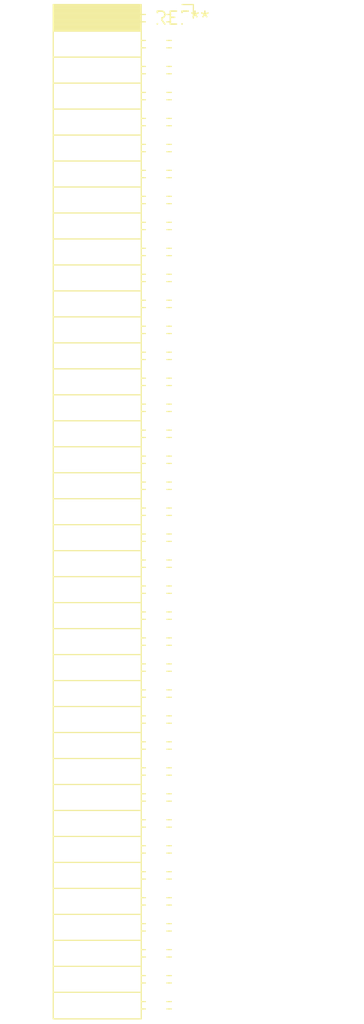
<source format=kicad_pcb>
(kicad_pcb (version 20240108) (generator pcbnew)
  (layers (0 "F.Cu" signal) (31 "B.Cu" signal) (34 "B.Paste" user) (35 "F.Paste" user) (36 "B.SilkS" user "B.Silkscreen") (37 "F.SilkS" user "F.Silkscreen") (38 "B.Mask" user) (39 "F.Mask" user) (44 "Edge.Cuts" user))
  (net 0 "")
  (footprint "PinSocket_2x39_P2.54mm_Horizontal" (layer "F.Cu") (at 0 0)
    (property "Reference" "REF**")
    (property "Value" "PinSocket_2x39_P2.54mm_Horizontal")
    (fp_line (start -12.63 -1.33) (end -12.63 97.85) (layer "F.SilkS") (stroke (width 0.12)))
    (fp_line (start -12.63 -1.33) (end -4 -1.33) (layer "F.SilkS") (stroke (width 0.12)))
    (fp_line (start -12.63 -1.21) (end -4 -1.21) (layer "F.SilkS") (stroke (width 0.12)))
    (fp_line (start -12.63 -1.091905) (end -4 -1.091905) (layer "F.SilkS") (stroke (width 0.12)))
    (fp_line (start -12.63 -0.97381) (end -4 -0.97381) (layer "F.SilkS") (stroke (width 0.12)))
    (fp_line (start -12.63 -0.855715) (end -4 -0.855715) (layer "F.SilkS") (stroke (width 0.12)))
    (fp_line (start -12.63 -0.73762) (end -4 -0.73762) (layer "F.SilkS") (stroke (width 0.12)))
    (fp_line (start -12.63 -0.619525) (end -4 -0.619525) (layer "F.SilkS") (stroke (width 0.12)))
    (fp_line (start -12.63 -0.50143) (end -4 -0.50143) (layer "F.SilkS") (stroke (width 0.12)))
    (fp_line (start -12.63 -0.383335) (end -4 -0.383335) (layer "F.SilkS") (stroke (width 0.12)))
    (fp_line (start -12.63 -0.26524) (end -4 -0.26524) (layer "F.SilkS") (stroke (width 0.12)))
    (fp_line (start -12.63 -0.147145) (end -4 -0.147145) (layer "F.SilkS") (stroke (width 0.12)))
    (fp_line (start -12.63 -0.02905) (end -4 -0.02905) (layer "F.SilkS") (stroke (width 0.12)))
    (fp_line (start -12.63 0.089045) (end -4 0.089045) (layer "F.SilkS") (stroke (width 0.12)))
    (fp_line (start -12.63 0.20714) (end -4 0.20714) (layer "F.SilkS") (stroke (width 0.12)))
    (fp_line (start -12.63 0.325235) (end -4 0.325235) (layer "F.SilkS") (stroke (width 0.12)))
    (fp_line (start -12.63 0.44333) (end -4 0.44333) (layer "F.SilkS") (stroke (width 0.12)))
    (fp_line (start -12.63 0.561425) (end -4 0.561425) (layer "F.SilkS") (stroke (width 0.12)))
    (fp_line (start -12.63 0.67952) (end -4 0.67952) (layer "F.SilkS") (stroke (width 0.12)))
    (fp_line (start -12.63 0.797615) (end -4 0.797615) (layer "F.SilkS") (stroke (width 0.12)))
    (fp_line (start -12.63 0.91571) (end -4 0.91571) (layer "F.SilkS") (stroke (width 0.12)))
    (fp_line (start -12.63 1.033805) (end -4 1.033805) (layer "F.SilkS") (stroke (width 0.12)))
    (fp_line (start -12.63 1.1519) (end -4 1.1519) (layer "F.SilkS") (stroke (width 0.12)))
    (fp_line (start -12.63 1.27) (end -4 1.27) (layer "F.SilkS") (stroke (width 0.12)))
    (fp_line (start -12.63 3.81) (end -4 3.81) (layer "F.SilkS") (stroke (width 0.12)))
    (fp_line (start -12.63 6.35) (end -4 6.35) (layer "F.SilkS") (stroke (width 0.12)))
    (fp_line (start -12.63 8.89) (end -4 8.89) (layer "F.SilkS") (stroke (width 0.12)))
    (fp_line (start -12.63 11.43) (end -4 11.43) (layer "F.SilkS") (stroke (width 0.12)))
    (fp_line (start -12.63 13.97) (end -4 13.97) (layer "F.SilkS") (stroke (width 0.12)))
    (fp_line (start -12.63 16.51) (end -4 16.51) (layer "F.SilkS") (stroke (width 0.12)))
    (fp_line (start -12.63 19.05) (end -4 19.05) (layer "F.SilkS") (stroke (width 0.12)))
    (fp_line (start -12.63 21.59) (end -4 21.59) (layer "F.SilkS") (stroke (width 0.12)))
    (fp_line (start -12.63 24.13) (end -4 24.13) (layer "F.SilkS") (stroke (width 0.12)))
    (fp_line (start -12.63 26.67) (end -4 26.67) (layer "F.SilkS") (stroke (width 0.12)))
    (fp_line (start -12.63 29.21) (end -4 29.21) (layer "F.SilkS") (stroke (width 0.12)))
    (fp_line (start -12.63 31.75) (end -4 31.75) (layer "F.SilkS") (stroke (width 0.12)))
    (fp_line (start -12.63 34.29) (end -4 34.29) (layer "F.SilkS") (stroke (width 0.12)))
    (fp_line (start -12.63 36.83) (end -4 36.83) (layer "F.SilkS") (stroke (width 0.12)))
    (fp_line (start -12.63 39.37) (end -4 39.37) (layer "F.SilkS") (stroke (width 0.12)))
    (fp_line (start -12.63 41.91) (end -4 41.91) (layer "F.SilkS") (stroke (width 0.12)))
    (fp_line (start -12.63 44.45) (end -4 44.45) (layer "F.SilkS") (stroke (width 0.12)))
    (fp_line (start -12.63 46.99) (end -4 46.99) (layer "F.SilkS") (stroke (width 0.12)))
    (fp_line (start -12.63 49.53) (end -4 49.53) (layer "F.SilkS") (stroke (width 0.12)))
    (fp_line (start -12.63 52.07) (end -4 52.07) (layer "F.SilkS") (stroke (width 0.12)))
    (fp_line (start -12.63 54.61) (end -4 54.61) (layer "F.SilkS") (stroke (width 0.12)))
    (fp_line (start -12.63 57.15) (end -4 57.15) (layer "F.SilkS") (stroke (width 0.12)))
    (fp_line (start -12.63 59.69) (end -4 59.69) (layer "F.SilkS") (stroke (width 0.12)))
    (fp_line (start -12.63 62.23) (end -4 62.23) (layer "F.SilkS") (stroke (width 0.12)))
    (fp_line (start -12.63 64.77) (end -4 64.77) (layer "F.SilkS") (stroke (width 0.12)))
    (fp_line (start -12.63 67.31) (end -4 67.31) (layer "F.SilkS") (stroke (width 0.12)))
    (fp_line (start -12.63 69.85) (end -4 69.85) (layer "F.SilkS") (stroke (width 0.12)))
    (fp_line (start -12.63 72.39) (end -4 72.39) (layer "F.SilkS") (stroke (width 0.12)))
    (fp_line (start -12.63 74.93) (end -4 74.93) (layer "F.SilkS") (stroke (width 0.12)))
    (fp_line (start -12.63 77.47) (end -4 77.47) (layer "F.SilkS") (stroke (width 0.12)))
    (fp_line (start -12.63 80.01) (end -4 80.01) (layer "F.SilkS") (stroke (width 0.12)))
    (fp_line (start -12.63 82.55) (end -4 82.55) (layer "F.SilkS") (stroke (width 0.12)))
    (fp_line (start -12.63 85.09) (end -4 85.09) (layer "F.SilkS") (stroke (width 0.12)))
    (fp_line (start -12.63 87.63) (end -4 87.63) (layer "F.SilkS") (stroke (width 0.12)))
    (fp_line (start -12.63 90.17) (end -4 90.17) (layer "F.SilkS") (stroke (width 0.12)))
    (fp_line (start -12.63 92.71) (end -4 92.71) (layer "F.SilkS") (stroke (width 0.12)))
    (fp_line (start -12.63 95.25) (end -4 95.25) (layer "F.SilkS") (stroke (width 0.12)))
    (fp_line (start -12.63 97.85) (end -4 97.85) (layer "F.SilkS") (stroke (width 0.12)))
    (fp_line (start -4 -1.33) (end -4 97.85) (layer "F.SilkS") (stroke (width 0.12)))
    (fp_line (start -4 -0.36) (end -3.59 -0.36) (layer "F.SilkS") (stroke (width 0.12)))
    (fp_line (start -4 0.36) (end -3.59 0.36) (layer "F.SilkS") (stroke (width 0.12)))
    (fp_line (start -4 2.18) (end -3.59 2.18) (layer "F.SilkS") (stroke (width 0.12)))
    (fp_line (start -4 2.9) (end -3.59 2.9) (layer "F.SilkS") (stroke (width 0.12)))
    (fp_line (start -4 4.72) (end -3.59 4.72) (layer "F.SilkS") (stroke (width 0.12)))
    (fp_line (start -4 5.44) (end -3.59 5.44) (layer "F.SilkS") (stroke (width 0.12)))
    (fp_line (start -4 7.26) (end -3.59 7.26) (layer "F.SilkS") (stroke (width 0.12)))
    (fp_line (start -4 7.98) (end -3.59 7.98) (layer "F.SilkS") (stroke (width 0.12)))
    (fp_line (start -4 9.8) (end -3.59 9.8) (layer "F.SilkS") (stroke (width 0.12)))
    (fp_line (start -4 10.52) (end -3.59 10.52) (layer "F.SilkS") (stroke (width 0.12)))
    (fp_line (start -4 12.34) (end -3.59 12.34) (layer "F.SilkS") (stroke (width 0.12)))
    (fp_line (start -4 13.06) (end -3.59 13.06) (layer "F.SilkS") (stroke (width 0.12)))
    (fp_line (start -4 14.88) (end -3.59 14.88) (layer "F.SilkS") (stroke (width 0.12)))
    (fp_line (start -4 15.6) (end -3.59 15.6) (layer "F.SilkS") (stroke (width 0.12)))
    (fp_line (start -4 17.42) (end -3.59 17.42) (layer "F.SilkS") (stroke (width 0.12)))
    (fp_line (start -4 18.14) (end -3.59 18.14) (layer "F.SilkS") (stroke (width 0.12)))
    (fp_line (start -4 19.96) (end -3.59 19.96) (layer "F.SilkS") (stroke (width 0.12)))
    (fp_line (start -4 20.68) (end -3.59 20.68) (layer "F.SilkS") (stroke (width 0.12)))
    (fp_line (start -4 22.5) (end -3.59 22.5) (layer "F.SilkS") (stroke (width 0.12)))
    (fp_line (start -4 23.22) (end -3.59 23.22) (layer "F.SilkS") (stroke (width 0.12)))
    (fp_line (start -4 25.04) (end -3.59 25.04) (layer "F.SilkS") (stroke (width 0.12)))
    (fp_line (start -4 25.76) (end -3.59 25.76) (layer "F.SilkS") (stroke (width 0.12)))
    (fp_line (start -4 27.58) (end -3.59 27.58) (layer "F.SilkS") (stroke (width 0.12)))
    (fp_line (start -4 28.3) (end -3.59 28.3) (layer "F.SilkS") (stroke (width 0.12)))
    (fp_line (start -4 30.12) (end -3.59 30.12) (layer "F.SilkS") (stroke (width 0.12)))
    (fp_line (start -4 30.84) (end -3.59 30.84) (layer "F.SilkS") (stroke (width 0.12)))
    (fp_line (start -4 32.66) (end -3.59 32.66) (layer "F.SilkS") (stroke (width 0.12)))
    (fp_line (start -4 33.38) (end -3.59 33.38) (layer "F.SilkS") (stroke (width 0.12)))
    (fp_line (start -4 35.2) (end -3.59 35.2) (layer "F.SilkS") (stroke (width 0.12)))
    (fp_line (start -4 35.92) (end -3.59 35.92) (layer "F.SilkS") (stroke (width 0.12)))
    (fp_line (start -4 37.74) (end -3.59 37.74) (layer "F.SilkS") (stroke (width 0.12)))
    (fp_line (start -4 38.46) (end -3.59 38.46) (layer "F.SilkS") (stroke (width 0.12)))
    (fp_line (start -4 40.28) (end -3.59 40.28) (layer "F.SilkS") (stroke (width 0.12)))
    (fp_line (start -4 41) (end -3.59 41) (layer "F.SilkS") (stroke (width 0.12)))
    (fp_line (start -4 42.82) (end -3.59 42.82) (layer "F.SilkS") (stroke (width 0.12)))
    (fp_line (start -4 43.54) (end -3.59 43.54) (layer "F.SilkS") (stroke (width 0.12)))
    (fp_line (start -4 45.36) (end -3.59 45.36) (layer "F.SilkS") (stroke (width 0.12)))
    (fp_line (start -4 46.08) (end -3.59 46.08) (layer "F.SilkS") (stroke (width 0.12)))
    (fp_line (start -4 47.9) (end -3.59 47.9) (layer "F.SilkS") (stroke (width 0.12)))
    (fp_line (start -4 48.62) (end -3.59 48.62) (layer "F.SilkS") (stroke (width 0.12)))
    (fp_line (start -4 50.44) (end -3.59 50.44) (layer "F.SilkS") (stroke (width 0.12)))
    (fp_line (start -4 51.16) (end -3.59 51.16) (layer "F.SilkS") (stroke (width 0.12)))
    (fp_line (start -4 52.98) (end -3.59 52.98) (layer "F.SilkS") (stroke (width 0.12)))
    (fp_line (start -4 53.7) (end -3.59 53.7) (layer "F.SilkS") (stroke (width 0.12)))
    (fp_line (start -4 55.52) (end -3.59 55.52) (layer "F.SilkS") (stroke (width 0.12)))
    (fp_line (start -4 56.24) (end -3.59 56.24) (layer "F.SilkS") (stroke (width 0.12)))
    (fp_line (start -4 58.06) (end -3.59 58.06) (layer "F.SilkS") (stroke (width 0.12)))
    (fp_line (start -4 58.78) (end -3.59 58.78) (layer "F.SilkS") (stroke (width 0.12)))
    (fp_line (start -4 60.6) (end -3.59 60.6) (layer "F.SilkS") (stroke (width 0.12)))
    (fp_line (start -4 61.32) (end -3.59 61.32) (layer "F.SilkS") (stroke (width 0.12)))
    (fp_line (start -4 63.14) (end -3.59 63.14) (layer "F.SilkS") (stroke (width 0.12)))
    (fp_line (start -4 63.86) (end -3.59 63.86) (layer "F.SilkS") (stroke (width 0.12)))
    (fp_line (start -4 65.68) (end -3.59 65.68) (layer "F.SilkS") (stroke (width 0.12)))
    (fp_line (start -4 66.4) (end -3.59 66.4) (layer "F.SilkS") (stroke (width 0.12)))
    (fp_line (start -4 68.22) (end -3.59 68.22) (layer "F.SilkS") (stroke (width 0.12)))
    (fp_line (start -4 68.94) (end -3.59 68.94) (layer "F.SilkS") (stroke (width 0.12)))
    (fp_line (start -4 70.76) (end -3.59 70.76) (layer "F.SilkS") (stroke (width 0.12)))
    (fp_line (start -4 71.48) (end -3.59 71.48) (layer "F.SilkS") (stroke (width 0.12)))
    (fp_line (start -4 73.3) (end -3.59 73.3) (layer "F.SilkS") (stroke (width 0.12)))
    (fp_line (start -4 74.02) (end -3.59 74.02) (layer "F.SilkS") (stroke (width 0.12)))
    (fp_line (start -4 75.84) (end -3.59 75.84) (layer "F.SilkS") (stroke (width 0.12)))
    (fp_line (start -4 76.56) (end -3.59 76.56) (layer "F.SilkS") (stroke (width 0.12)))
    (fp_line (start -4 78.38) (end -3.59 78.38) (layer "F.SilkS") (stroke (width 0.12)))
    (fp_line (start -4 79.1) (end -3.59 79.1) (layer "F.SilkS") (stroke (width 0.12)))
    (fp_line (start -4 80.92) (end -3.59 80.92) (layer "F.SilkS") (stroke (width 0.12)))
    (fp_line (start -4 81.64) (end -3.59 81.64) (layer "F.SilkS") (stroke (width 0.12)))
    (fp_line (start -4 83.46) (end -3.59 83.46) (layer "F.SilkS") (stroke (width 0.12)))
    (fp_line (start -4 84.18) (end -3.59 84.18) (layer "F.SilkS") (stroke (width 0.12)))
    (fp_line (start -4 86) (end -3.59 86) (layer "F.SilkS") (stroke (width 0.12)))
    (fp_line (start -4 86.72) (end -3.59 86.72) (layer "F.SilkS") (stroke (width 0.12)))
    (fp_line (start -4 88.54) (end -3.59 88.54) (layer "F.SilkS") (stroke (width 0.12)))
    (fp_line (start -4 89.26) (end -3.59 89.26) (layer "F.SilkS") (stroke (width 0.12)))
    (fp_line (start -4 91.08) (end -3.59 91.08) (layer "F.SilkS") (stroke (width 0.12)))
    (fp_line (start -4 91.8) (end -3.59 91.8) (layer "F.SilkS") (stroke (width 0.12)))
    (fp_line (start -4 93.62) (end -3.59 93.62) (layer "F.SilkS") (stroke (width 0.12)))
    (fp_line (start -4 94.34) (end -3.59 94.34) (layer "F.SilkS") (stroke (width 0.12)))
    (fp_line (start -4 96.16) (end -3.59 96.16) (layer "F.SilkS") (stroke (width 0.12)))
    (fp_line (start -4 96.88) (end -3.59 96.88) (layer "F.SilkS") (stroke (width 0.12)))
    (fp_line (start -1.49 -0.36) (end -1.11 -0.36) (layer "F.SilkS") (stroke (width 0.12)))
    (fp_line (start -1.49 0.36) (end -1.11 0.36) (layer "F.SilkS") (stroke (width 0.12)))
    (fp_line (start -1.49 2.18) (end -1.05 2.18) (layer "F.SilkS") (stroke (width 0.12)))
    (fp_line (start -1.49 2.9) (end -1.05 2.9) (layer "F.SilkS") (stroke (width 0.12)))
    (fp_line (start -1.49 4.72) (end -1.05 4.72) (layer "F.SilkS") (stroke (width 0.12)))
    (fp_line (start -1.49 5.44) (end -1.05 5.44) (layer "F.SilkS") (stroke (width 0.12)))
    (fp_line (start -1.49 7.26) (end -1.05 7.26) (layer "F.SilkS") (stroke (width 0.12)))
    (fp_line (start -1.49 7.98) (end -1.05 7.98) (layer "F.SilkS") (stroke (width 0.12)))
    (fp_line (start -1.49 9.8) (end -1.05 9.8) (layer "F.SilkS") (stroke (width 0.12)))
    (fp_line (start -1.49 10.52) (end -1.05 10.52) (layer "F.SilkS") (stroke (width 0.12)))
    (fp_line (start -1.49 12.34) (end -1.05 12.34) (layer "F.SilkS") (stroke (width 0.12)))
    (fp_line (start -1.49 13.06) (end -1.05 13.06) (layer "F.SilkS") (stroke (width 0.12)))
    (fp_line (start -1.49 14.88) (end -1.05 14.88) (layer "F.SilkS") (stroke (width 0.12)))
    (fp_line (start -1.49 15.6) (end -1.05 15.6) (layer "F.SilkS") (stroke (width 0.12)))
    (fp_line (start -1.49 17.42) (end -1.05 17.42) (layer "F.SilkS") (stroke (width 0.12)))
    (fp_line (start -1.49 18.14) (end -1.05 18.14) (layer "F.SilkS") (stroke (width 0.12)))
    (fp_line (start -1.49 19.96) (end -1.05 19.96) (layer "F.SilkS") (stroke (width 0.12)))
    (fp_line (start -1.49 20.68) (end -1.05 20.68) (layer "F.SilkS") (stroke (width 0.12)))
    (fp_line (start -1.49 22.5) (end -1.05 22.5) (layer "F.SilkS") (stroke (width 0.12)))
    (fp_line (start -1.49 23.22) (end -1.05 23.22) (layer "F.SilkS") (stroke (width 0.12)))
    (fp_line (start -1.49 25.04) (end -1.05 25.04) (layer "F.SilkS") (stroke (width 0.12)))
    (fp_line (start -1.49 25.76) (end -1.05 25.76) (layer "F.SilkS") (stroke (width 0.12)))
    (fp_line (start -1.49 27.58) (end -1.05 27.58) (layer "F.SilkS") (stroke (width 0.12)))
    (fp_line (start -1.49 28.3) (end -1.05 28.3) (layer "F.SilkS") (stroke (width 0.12)))
    (fp_line (start -1.49 30.12) (end -1.05 30.12) (layer "F.SilkS") (stroke (width 0.12)))
    (fp_line (start -1.49 30.84) (end -1.05 30.84) (layer "F.SilkS") (stroke (width 0.12)))
    (fp_line (start -1.49 32.66) (end -1.05 32.66) (layer "F.SilkS") (stroke (width 0.12)))
    (fp_line (start -1.49 33.38) (end -1.05 33.38) (layer "F.SilkS") (stroke (width 0.12)))
    (fp_line (start -1.49 35.2) (end -1.05 35.2) (layer "F.SilkS") (stroke (width 0.12)))
    (fp_line (start -1.49 35.92) (end -1.05 35.92) (layer "F.SilkS") (stroke (width 0.12)))
    (fp_line (start -1.49 37.74) (end -1.05 37.74) (layer "F.SilkS") (stroke (width 0.12)))
    (fp_line (start -1.49 38.46) (end -1.05 38.46) (layer "F.SilkS") (stroke (width 0.12)))
    (fp_line (start -1.49 40.28) (end -1.05 40.28) (layer "F.SilkS") (stroke (width 0.12)))
    (fp_line (start -1.49 41) (end -1.05 41) (layer "F.SilkS") (stroke (width 0.12)))
    (fp_line (start -1.49 42.82) (end -1.05 42.82) (layer "F.SilkS") (stroke (width 0.12)))
    (fp_line (start -1.49 43.54) (end -1.05 43.54) (layer "F.SilkS") (stroke (width 0.12)))
    (fp_line (start -1.49 45.36) (end -1.05 45.36) (layer "F.SilkS") (stroke (width 0.12)))
    (fp_line (start -1.49 46.08) (end -1.05 46.08) (layer "F.SilkS") (stroke (width 0.12)))
    (fp_line (start -1.49 47.9) (end -1.05 47.9) (layer "F.SilkS") (stroke (width 0.12)))
    (fp_line (start -1.49 48.62) (end -1.05 48.62) (layer "F.SilkS") (stroke (width 0.12)))
    (fp_line (start -1.49 50.44) (end -1.05 50.44) (layer "F.SilkS") (stroke (width 0.12)))
    (fp_line (start -1.49 51.16) (end -1.05 51.16) (layer "F.SilkS") (stroke (width 0.12)))
    (fp_line (start -1.49 52.98) (end -1.05 52.98) (layer "F.SilkS") (stroke (width 0.12)))
    (fp_line (start -1.49 53.7) (end -1.05 53.7) (layer "F.SilkS") (stroke (width 0.12)))
    (fp_line (start -1.49 55.52) (end -1.05 55.52) (layer "F.SilkS") (stroke (width 0.12)))
    (fp_line (start -1.49 56.24) (end -1.05 56.24) (layer "F.SilkS") (stroke (width 0.12)))
    (fp_line (start -1.49 58.06) (end -1.05 58.06) (layer "F.SilkS") (stroke (width 0.12)))
    (fp_line (start -1.49 58.78) (end -1.05 58.78) (layer "F.SilkS") (stroke (width 0.12)))
    (fp_line (start -1.49 60.6) (end -1.05 60.6) (layer "F.SilkS") (stroke (width 0.12)))
    (fp_line (start -1.49 61.32) (end -1.05 61.32) (layer "F.SilkS") (stroke (width 0.12)))
    (fp_line (start -1.49 63.14) (end -1.05 63.14) (layer "F.SilkS") (stroke (width 0.12)))
    (fp_line (start -1.49 63.86) (end -1.05 63.86) (layer "F.SilkS") (stroke (width 0.12)))
    (fp_line (start -1.49 65.68) (end -1.05 65.68) (layer "F.SilkS") (stroke (width 0.12)))
    (fp_line (start -1.49 66.4) (end -1.05 66.4) (layer "F.SilkS") (stroke (width 0.12)))
    (fp_line (start -1.49 68.22) (end -1.05 68.22) (layer "F.SilkS") (stroke (width 0.12)))
    (fp_line (start -1.49 68.94) (end -1.05 68.94) (layer "F.SilkS") (stroke (width 0.12)))
    (fp_line (start -1.49 70.76) (end -1.05 70.76) (layer "F.SilkS") (stroke (width 0.12)))
    (fp_line (start -1.49 71.48) (end -1.05 71.48) (layer "F.SilkS") (stroke (width 0.12)))
    (fp_line (start -1.49 73.3) (end -1.05 73.3) (layer "F.SilkS") (stroke (width 0.12)))
    (fp_line (start -1.49 74.02) (end -1.05 74.02) (layer "F.SilkS") (stroke (width 0.12)))
    (fp_line (start -1.49 75.84) (end -1.05 75.84) (layer "F.SilkS") (stroke (width 0.12)))
    (fp_line (start -1.49 76.56) (end -1.05 76.56) (layer "F.SilkS") (stroke (width 0.12)))
    (fp_line (start -1.49 78.38) (end -1.05 78.38) (layer "F.SilkS") (stroke (width 0.12)))
    (fp_line (start -1.49 79.1) (end -1.05 79.1) (layer "F.SilkS") (stroke (width 0.12)))
    (fp_line (start -1.49 80.92) (end -1.05 80.92) (layer "F.SilkS") (stroke (width 0.12)))
    (fp_line (start -1.49 81.64) (end -1.05 81.64) (layer "F.SilkS") (stroke (width 0.12)))
    (fp_line (start -1.49 83.46) (end -1.05 83.46) (layer "F.SilkS") (stroke (width 0.12)))
    (fp_line (start -1.49 84.18) (end -1.05 84.18) (layer "F.SilkS") (stroke (width 0.12)))
    (fp_line (start -1.49 86) (end -1.05 86) (layer "F.SilkS") (stroke (width 0.12)))
    (fp_line (start -1.49 86.72) (end -1.05 86.72) (layer "F.SilkS") (stroke (width 0.12)))
    (fp_line (start -1.49 88.54) (end -1.05 88.54) (layer "F.SilkS") (stroke (width 0.12)))
    (fp_line (start -1.49 89.26) (end -1.05 89.26) (layer "F.SilkS") (stroke (width 0.12)))
    (fp_line (start -1.49 91.08) (end -1.05 91.08) (layer "F.SilkS") (stroke (width 0.12)))
    (fp_line (start -1.49 91.8) (end -1.05 91.8) (layer "F.SilkS") (stroke (width 0.12)))
    (fp_line (start -1.49 93.62) (end -1.05 93.62) (layer "F.SilkS") (stroke (width 0.12)))
    (fp_line (start -1.49 94.34) (end -1.05 94.34) (layer "F.SilkS") (stroke (width 0.12)))
    (fp_line (start -1.49 96.16) (end -1.05 96.16) (layer "F.SilkS") (stroke (width 0.12)))
    (fp_line (start -1.49 96.88) (end -1.05 96.88) (layer "F.SilkS") (stroke (width 0.12)))
    (fp_line (start 0 -1.33) (end 1.11 -1.33) (layer "F.SilkS") (stroke (width 0.12)))
    (fp_line (start 1.11 -1.33) (end 1.11 0) (layer "F.SilkS") (stroke (width 0.12)))
    (pad "1" thru_hole rect (at 0 0) (size 1.7 1.7) (drill 1) (layers *.Cu *.Mask) (remove_unused_layers))
    (pad "2" thru_hole oval (at -2.54 0) (size 1.7 1.7) (drill 1) (layers *.Cu *.Mask) (remove_unused_layers))
    (pad "3" thru_hole oval (at 0 2.54) (size 1.7 1.7) (drill 1) (layers *.Cu *.Mask) (remove_unused_layers))
    (pad "4" thru_hole oval (at -2.54 2.54) (size 1.7 1.7) (drill 1) (layers *.Cu *.Mask) (remove_unused_layers))
    (pad "5" thru_hole oval (at 0 5.08) (size 1.7 1.7) (drill 1) (layers *.Cu *.Mask) (remove_unused_layers))
    (pad "6" thru_hole oval (at -2.54 5.08) (size 1.7 1.7) (drill 1) (layers *.Cu *.Mask) (remove_unused_layers))
    (pad "7" thru_hole oval (at 0 7.62) (size 1.7 1.7) (drill 1) (layers *.Cu *.Mask) (remove_unused_layers))
    (pad "8" thru_hole oval (at -2.54 7.62) (size 1.7 1.7) (drill 1) (layers *.Cu *.Mask) (remove_unused_layers))
    (pad "9" thru_hole oval (at 0 10.16) (size 1.7 1.7) (drill 1) (layers *.Cu *.Mask) (remove_unused_layers))
    (pad "10" thru_hole oval (at -2.54 10.16) (size 1.7 1.7) (drill 1) (layers *.Cu *.Mask) (remove_unused_layers))
    (pad "11" thru_hole oval (at 0 12.7) (size 1.7 1.7) (drill 1) (layers *.Cu *.Mask) (remove_unused_layers))
    (pad "12" thru_hole oval (at -2.54 12.7) (size 1.7 1.7) (drill 1) (layers *.Cu *.Mask) (remove_unused_layers))
    (pad "13" thru_hole oval (at 0 15.24) (size 1.7 1.7) (drill 1) (layers *.Cu *.Mask) (remove_unused_layers))
    (pad "14" thru_hole oval (at -2.54 15.24) (size 1.7 1.7) (drill 1) (layers *.Cu *.Mask) (remove_unused_layers))
    (pad "15" thru_hole oval (at 0 17.78) (size 1.7 1.7) (drill 1) (layers *.Cu *.Mask) (remove_unused_layers))
    (pad "16" thru_hole oval (at -2.54 17.78) (size 1.7 1.7) (drill 1) (layers *.Cu *.Mask) (remove_unused_layers))
    (pad "17" thru_hole oval (at 0 20.32) (size 1.7 1.7) (drill 1) (layers *.Cu *.Mask) (remove_unused_layers))
    (pad "18" thru_hole oval (at -2.54 20.32) (size 1.7 1.7) (drill 1) (layers *.Cu *.Mask) (remove_unused_layers))
    (pad "19" thru_hole oval (at 0 22.86) (size 1.7 1.7) (drill 1) (layers *.Cu *.Mask) (remove_unused_layers))
    (pad "20" thru_hole oval (at -2.54 22.86) (size 1.7 1.7) (drill 1) (layers *.Cu *.Mask) (remove_unused_layers))
    (pad "21" thru_hole oval (at 0 25.4) (size 1.7 1.7) (drill 1) (layers *.Cu *.Mask) (remove_unused_layers))
    (pad "22" thru_hole oval (at -2.54 25.4) (size 1.7 1.7) (drill 1) (layers *.Cu *.Mask) (remove_unused_layers))
    (pad "23" thru_hole oval (at 0 27.94) (size 1.7 1.7) (drill 1) (layers *.Cu *.Mask) (remove_unused_layers))
    (pad "24" thru_hole oval (at -2.54 27.94) (size 1.7 1.7) (drill 1) (layers *.Cu *.Mask) (remove_unused_layers))
    (pad "25" thru_hole oval (at 0 30.48) (size 1.7 1.7) (drill 1) (layers *.Cu *.Mask) (remove_unused_layers))
    (pad "26" thru_hole oval (at -2.54 30.48) (size 1.7 1.7) (drill 1) (layers *.Cu *.Mask) (remove_unused_layers))
    (pad "27" thru_hole oval (at 0 33.02) (size 1.7 1.7) (drill 1) (layers *.Cu *.Mask) (remove_unused_layers))
    (pad "28" thru_hole oval (at -2.54 33.02) (size 1.7 1.7) (drill 1) (layers *.Cu *.Mask) (remove_unused_layers))
    (pad "29" thru_hole oval (at 0 35.56) (size 1.7 1.7) (drill 1) (layers *.Cu *.Mask) (remove_unused_layers))
    (pad "30" thru_hole oval (at -2.54 35.56) (size 1.7 1.7) (drill 1) (layers *.Cu *.Mask) (remove_unused_layers))
    (pad "31" thru_hole oval (at 0 38.1) (size 1.7 1.7) (drill 1) (layers *.Cu *.Mask) (remove_unused_layers))
    (pad "32" thru_hole oval (at -2.54 38.1) (size 1.7 1.7) (drill 1) (layers *.Cu *.Mask) (remove_unused_layers))
    (pad "33" thru_hole oval (at 0 40.64) (size 1.7 1.7) (drill 1) (layers *.Cu *.Mask) (remove_unused_layers))
    (pad "34" thru_hole oval (at -2.54 40.64) (size 1.7 1.7) (drill 1) (layers *.Cu *.Mask) (remove_unused_layers))
    (pad "35" thru_hole oval (at 0 43.18) (size 1.7 1.7) (drill 1) (layers *.Cu *.Mask) (remove_unused_layers))
    (pad "36" thru_hole oval (at -2.54 43.18) (size 1.7 1.7) (drill 1) (layers *.Cu *.Mask) (remove_unused_layers))
    (pad "37" thru_hole oval (at 0 45.72) (size 1.7 1.7) (drill 1) (layers *.Cu *.Mask) (remove_unused_layers))
    (pad "38" thru_hole oval (at -2.54 45.72) (size 1.7 1.7) (drill 1) (layers *.Cu *.Mask) (remove_unused_layers))
    (pad "39" thru_hole oval (at 0 48.26) (size 1.7 1.7) (drill 1) (layers *.Cu *.Mask) (remove_unused_layers))
    (pad "40" thru_hole oval (at -2.54 48.26) (size 1.7 1.7) (drill 1) (layers *.Cu *.Mask) (remove_unused_layers))
    (pad "41" thru_hole oval (at 0 50.8) (size 1.7 1.7) (drill 1) (layers *.Cu *.Mask) (remove_unused_layers))
    (pad "42" thru_hole oval (at -2.54 50.8) (size 1.7 1.7) (drill 1) (layers *.Cu *.Mask) (remove_unused_layers))
    (pad "43" thru_hole oval (at 0 53.34) (size 1.7 1.7) (drill 1) (layers *.Cu *.Mask) (remove_unused_layers))
    (pad "44" thru_hole oval (at -2.54 53.34) (size 1.7 1.7) (drill 1) (layers *.Cu *.Mask) (remove_unused_layers))
    (pad "45" thru_hole oval (at 0 55.88) (size 1.7 1.7) (drill 1) (layers *.Cu *.Mask) (remove_unused_layers))
    (pad "46" thru_hole oval (at -2.54 55.88) (size 1.7 1.7) (drill 1) (layers *.Cu *.Mask) (remove_unused_layers))
    (pad "47" thru_hole oval (at 0 58.42) (size 1.7 1.7) (drill 1) (layers *.Cu *.Mask) (remove_unused_layers))
    (pad "48" thru_hole oval (at -2.54 58.42) (size 1.7 1.7) (drill 1) (layers *.Cu *.Mask) (remove_unused_layers))
    (pad "49" thru_hole oval (at 0 60.96) (size 1.7 1.7) (drill 1) (layers *.Cu *.Mask) (remove_unused_layers))
    (pad "50" thru_hole oval (at -2.54 60.96) (size 1.7 1.7) (drill 1) (layers *.Cu *.Mask) (remove_unused_layers))
    (pad "51" thru_hole oval (at 0 63.5) (size 1.7 1.7) (drill 1) (layers *.Cu *.Mask) (remove_unused_layers))
    (pad "52" thru_hole oval (at -2.54 63.5) (size 1.7 1.7) (drill 1) (layers *.Cu *.Mask) (remove_unused_layers))
    (pad "53" thru_hole oval (at 0 66.04) (size 1.7 1.7) (drill 1) (layers *.Cu *.Mask) (remove_unused_layers))
    (pad "54" thru_hole oval (at -2.54 66.04) (size 1.7 1.7) (drill 1) (layers *.Cu *.Mask) (remove_unused_layers))
    (pad "55" thru_hole oval (at 0 68.58) (size 1.7 1.7) (drill 1) (layers *.Cu *.Mask) (remove_unused_layers))
    (pad "56" thru_hole oval (at -2.54 68.58) (size 1.7 1.7) (drill 1) (layers *.Cu *.Mask) (remove_unused_layers))
    (pad "57" thru_hole oval (at 0 71.12) (size 1.7 1.7) (drill 1) (layers *.Cu *.Mask) (remove_unused_layers))
    (pad "58" thru_hole oval (at -2.54 71.12) (size 1.7 1.7) (drill 1) (layers *.Cu *.Mask) (remove_unused_layers))
    (pad "59" thru_hole oval (at 0 73.66) (size 1.7 1.7) (drill 1) (layers *.Cu *.Mask) (remove_unused_layers))
    (pad "60" thru_hole oval (at -2.54 73.66) (size 1.7 1.7) (drill 1) (layers *.Cu *.Mask) (remove_unused_layers))
    (pad "61" thru_hole oval (at 0 76.2) (size 1.7 1.7) (drill 1) (layers *.Cu *.Mask) (remove_unused_layers))
    (pad "62" thru_hole oval (at -2.54 76.2) (size 1.7 1.7) (drill 1) (layers *.Cu *.Mask) (remove_unused_layers))
    (pad "63" thru_hole oval (at 0 78.74) (size 1.7 1.7) (drill 1) (layers *.Cu *.Mask) (remove_unused_layers))
    (pad "64" thru_hole oval (at -2.54 78.74) (size 1.7 1.7) (drill 1) (layers *.Cu *.Mask) (remove_unused_layers))
    (pad "65" thru_hole oval (at 0 81.28) (size 1.7 1.7) (drill 1) (layers *.Cu *.Mask) (remove_unused_layers))
    (pad "66" thru_hole oval (at -2.54 81.28) (size 1.7 1.7) (drill 1) (layers *.Cu *.Mask) (remove_unused_layers))
    (pad "67" thru_hole oval (at 0 83.82) (size 1.7 1.7) (drill 1) (layers *.Cu *.Mask) (remove_unused_layers))
    (pad "68" thru_hole oval (at -2.54 83.82) (size 1.7 1.7) (drill 1) (layers *.Cu *.Mask) (remove_unused_layers))
    (pad "69" thru_hole oval (at 0 86.36) (size 1.7 1.7) (drill 1) (layers *.Cu *.Mask) (remove_unused_layers))
    (pad "70" thru_hole oval (at -2.54 86.36) (size 1.7 1.7) (drill 1) (layers *.Cu *.Mask) (remove_unused_layers))
    (pad "71" thru_hole oval (at 0 88.9) (size 1.7 1.7) (drill 1) (layers *.Cu *.Mask) (remove_unused_layers))
    (pad "72" thru_hole oval (at -2.54 88.9) (size 1.7 1.7) (drill 1) (layers *.Cu *.Mask) (remove_unused_layers))
    (pad "73" thru_hole oval (at 0 91.44) (size 1.7 1.7) (drill 1) (layers *.Cu *.Mask) (remove_unused_layers))
    (pad "74" thru_hole oval (at -2.54 91.44) (size 1.7 1.7) (drill 1) (layers *.Cu *.Mask) (remove_unused_layers))
    (pad "75" thru_hole oval (at 0 93.98) (size 1.7 1.7) (drill 1) (layers *.Cu *.Mask) (remove_unused_layers))
    (pad "76" thru_hole oval (at -2.54 93.98) (size 1.7 1.7) (drill 1) (layers *.Cu *.Mask) (remove_unused_layers))
    (pad "77" thru_hole oval (at 0 96.52) (size 1.7 1.7) (drill 1) (layers *.Cu *.Mask) (remove_unused_layers))
    (pad "78" thru_hole oval (at -2.54 96.52) (size 1.7 1.7) (drill 1) (layers *.Cu *.Mask) (remove_unused_layers))
  )
)
</source>
